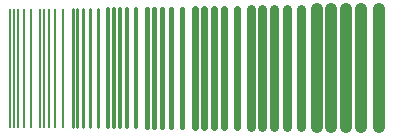
<source format=gbr>
%TF.GenerationSoftware,KiCad,Pcbnew,7.0.2*%
%TF.CreationDate,2023-05-16T18:38:39-05:00*%
%TF.ProjectId,PCBCharacterization,50434243-6861-4726-9163-746572697a61,rev?*%
%TF.SameCoordinates,Original*%
%TF.FileFunction,Copper,L1,Top*%
%TF.FilePolarity,Positive*%
%FSLAX46Y46*%
G04 Gerber Fmt 4.6, Leading zero omitted, Abs format (unit mm)*
G04 Created by KiCad (PCBNEW 7.0.2) date 2023-05-16 18:38:39*
%MOMM*%
%LPD*%
G01*
G04 APERTURE LIST*
%TA.AperFunction,Conductor*%
%ADD10C,0.152400*%
%TD*%
%TA.AperFunction,Conductor*%
%ADD11C,0.203200*%
%TD*%
%TA.AperFunction,Conductor*%
%ADD12C,0.254000*%
%TD*%
%TA.AperFunction,Conductor*%
%ADD13C,0.304800*%
%TD*%
%TA.AperFunction,Conductor*%
%ADD14C,0.457200*%
%TD*%
%TA.AperFunction,Conductor*%
%ADD15C,0.609600*%
%TD*%
%TA.AperFunction,Conductor*%
%ADD16C,0.762000*%
%TD*%
%TA.AperFunction,Conductor*%
%ADD17C,1.016000*%
%TD*%
G04 APERTURE END LIST*
D10*
%TO.N,*%
X125000000Y-90000000D02*
X125000000Y-100000000D01*
X125304800Y-90000000D02*
X125304800Y-100000000D01*
X125685800Y-90000000D02*
X125685800Y-100000000D01*
X126143000Y-90000000D02*
X126143000Y-100000000D01*
X126752600Y-90000000D02*
X126752600Y-100000000D01*
D11*
X127514600Y-90000000D02*
X127514600Y-100000000D01*
X127870200Y-90000000D02*
X127870200Y-100000000D01*
X128302000Y-90000000D02*
X128302000Y-100000000D01*
X128810000Y-90000000D02*
X128810000Y-100000000D01*
X129470400Y-90000000D02*
X129470400Y-100000000D01*
D12*
X130283200Y-90000000D02*
X130283200Y-100000000D01*
X130689600Y-90000000D02*
X130689600Y-100000000D01*
X131172200Y-90000000D02*
X131172200Y-100000000D01*
X131731000Y-90000000D02*
X131731000Y-100000000D01*
X132442200Y-90000000D02*
X132442200Y-100000000D01*
D13*
X133305800Y-90000000D02*
X133305800Y-100000000D01*
X133763000Y-90000000D02*
X133763000Y-100000000D01*
X134296400Y-90000000D02*
X134296400Y-100000000D01*
X134906000Y-90000000D02*
X134906000Y-100000000D01*
X135668000Y-90000000D02*
X135668000Y-100000000D01*
D14*
X136582400Y-90000000D02*
X136582400Y-100000000D01*
X137192000Y-90000000D02*
X137192000Y-100000000D01*
X137877800Y-90000000D02*
X137877800Y-100000000D01*
X138639800Y-90000000D02*
X138639800Y-100000000D01*
X139554200Y-90000000D02*
X139554200Y-100000000D01*
D15*
X140621000Y-90000000D02*
X140621000Y-100000000D01*
X141383000Y-90000000D02*
X141383000Y-100000000D01*
X142221200Y-90000000D02*
X142221200Y-100000000D01*
X143135600Y-90000000D02*
X143135600Y-100000000D01*
X144202400Y-90000000D02*
X144202400Y-100000000D01*
D16*
X145421600Y-90000000D02*
X145421600Y-100000000D01*
X146336000Y-90000000D02*
X146336000Y-100000000D01*
X147326600Y-90000000D02*
X147326600Y-100000000D01*
X148393400Y-90000000D02*
X148393400Y-100000000D01*
X149612600Y-90000000D02*
X149612600Y-100000000D01*
D17*
X150984200Y-90000000D02*
X150984200Y-100000000D01*
X152152600Y-90000000D02*
X152152600Y-100000000D01*
X153397200Y-90000000D02*
X153397200Y-100000000D01*
X154718000Y-90000000D02*
X154718000Y-100000000D01*
X156191200Y-90000000D02*
X156191200Y-100000000D01*
%TD*%
M02*

</source>
